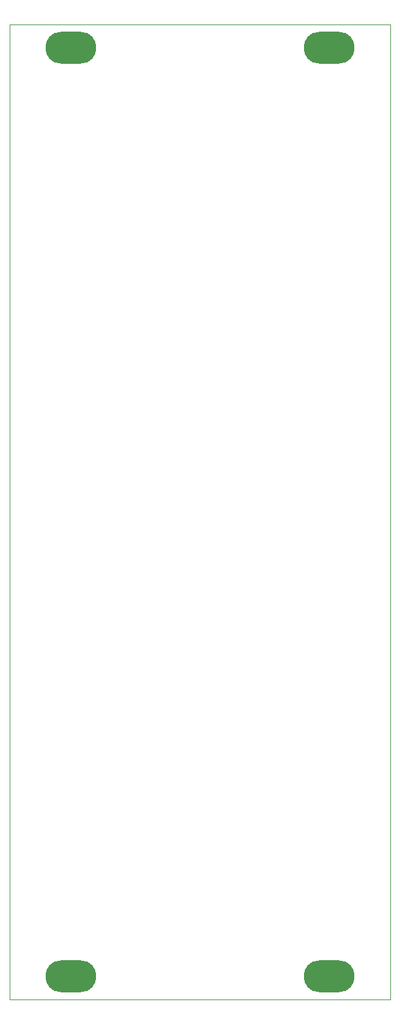
<source format=gts>
G04 #@! TF.GenerationSoftware,KiCad,Pcbnew,(6.0.6)*
G04 #@! TF.CreationDate,2022-10-26T13:57:36+02:00*
G04 #@! TF.ProjectId,MS20-VCF,4d533230-2d56-4434-962e-6b696361645f,rev?*
G04 #@! TF.SameCoordinates,Original*
G04 #@! TF.FileFunction,Soldermask,Top*
G04 #@! TF.FilePolarity,Negative*
%FSLAX46Y46*%
G04 Gerber Fmt 4.6, Leading zero omitted, Abs format (unit mm)*
G04 Created by KiCad (PCBNEW (6.0.6)) date 2022-10-26 13:57:36*
%MOMM*%
%LPD*%
G01*
G04 APERTURE LIST*
G04 #@! TA.AperFunction,Profile*
%ADD10C,0.050000*%
G04 #@! TD*
%ADD11O,6.700000X4.200000*%
G04 APERTURE END LIST*
D10*
X153000000Y-27500000D02*
X153000000Y-155500000D01*
X103000000Y-27500000D02*
X102999999Y-155500000D01*
X153000000Y-155500000D02*
X102999999Y-155500000D01*
X103000000Y-27500000D02*
X153000000Y-27500000D01*
D11*
X111000000Y-30500000D03*
X145000000Y-30500000D03*
X145000000Y-152500000D03*
X111000000Y-152500000D03*
M02*

</source>
